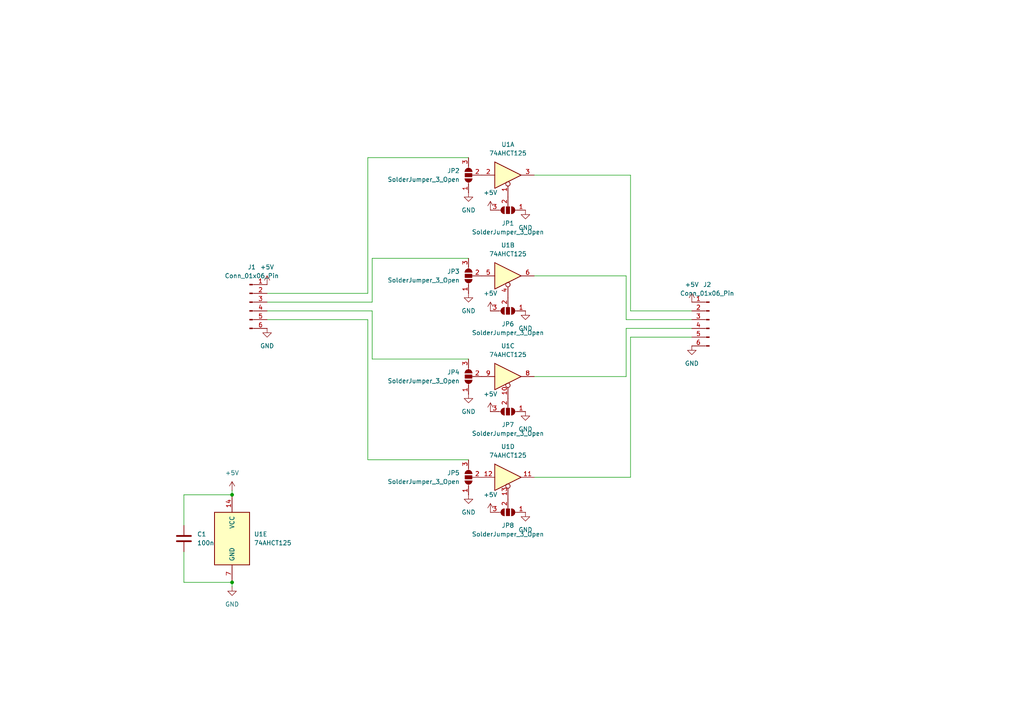
<source format=kicad_sch>
(kicad_sch
	(version 20231120)
	(generator "eeschema")
	(generator_version "8.0")
	(uuid "e90d5a8d-1c04-403e-9e53-51df3684af4b")
	(paper "A4")
	(title_block
		(title "SN74AHCT125 Shifter")
		(date "2024-11-09")
		(rev "1.0")
	)
	(lib_symbols
		(symbol "74xx:74AHCT125"
			(pin_names
				(offset 1.016)
			)
			(exclude_from_sim no)
			(in_bom yes)
			(on_board yes)
			(property "Reference" "U"
				(at 0 1.27 0)
				(effects
					(font
						(size 1.27 1.27)
					)
				)
			)
			(property "Value" "74AHCT125"
				(at 0 -1.27 0)
				(effects
					(font
						(size 1.27 1.27)
					)
				)
			)
			(property "Footprint" ""
				(at 0 0 0)
				(effects
					(font
						(size 1.27 1.27)
					)
					(hide yes)
				)
			)
			(property "Datasheet" "https://www.ti.com/lit/ds/symlink/sn74ahct125.pdf"
				(at 0 0 0)
				(effects
					(font
						(size 1.27 1.27)
					)
					(hide yes)
				)
			)
			(property "Description" "Quadruple Bus Buffer Gates With 3-State Outputs"
				(at 0 0 0)
				(effects
					(font
						(size 1.27 1.27)
					)
					(hide yes)
				)
			)
			(property "ki_locked" ""
				(at 0 0 0)
				(effects
					(font
						(size 1.27 1.27)
					)
				)
			)
			(property "ki_keywords" "buffer 3State"
				(at 0 0 0)
				(effects
					(font
						(size 1.27 1.27)
					)
					(hide yes)
				)
			)
			(property "ki_fp_filters" "DIP*W7.62mm* SO14* SSOP?14* TSSOP?14* SOIC*3.9x8.7mm*P1.27mm*"
				(at 0 0 0)
				(effects
					(font
						(size 1.27 1.27)
					)
					(hide yes)
				)
			)
			(symbol "74AHCT125_1_0"
				(polyline
					(pts
						(xy -3.81 3.81) (xy -3.81 -3.81) (xy 3.81 0) (xy -3.81 3.81)
					)
					(stroke
						(width 0.254)
						(type default)
					)
					(fill
						(type background)
					)
				)
				(pin input inverted
					(at 0 -6.35 90)
					(length 4.445)
					(name "~"
						(effects
							(font
								(size 1.27 1.27)
							)
						)
					)
					(number "1"
						(effects
							(font
								(size 1.27 1.27)
							)
						)
					)
				)
				(pin input line
					(at -7.62 0 0)
					(length 3.81)
					(name "~"
						(effects
							(font
								(size 1.27 1.27)
							)
						)
					)
					(number "2"
						(effects
							(font
								(size 1.27 1.27)
							)
						)
					)
				)
				(pin tri_state line
					(at 7.62 0 180)
					(length 3.81)
					(name "~"
						(effects
							(font
								(size 1.27 1.27)
							)
						)
					)
					(number "3"
						(effects
							(font
								(size 1.27 1.27)
							)
						)
					)
				)
			)
			(symbol "74AHCT125_2_0"
				(polyline
					(pts
						(xy -3.81 3.81) (xy -3.81 -3.81) (xy 3.81 0) (xy -3.81 3.81)
					)
					(stroke
						(width 0.254)
						(type default)
					)
					(fill
						(type background)
					)
				)
				(pin input inverted
					(at 0 -6.35 90)
					(length 4.445)
					(name "~"
						(effects
							(font
								(size 1.27 1.27)
							)
						)
					)
					(number "4"
						(effects
							(font
								(size 1.27 1.27)
							)
						)
					)
				)
				(pin input line
					(at -7.62 0 0)
					(length 3.81)
					(name "~"
						(effects
							(font
								(size 1.27 1.27)
							)
						)
					)
					(number "5"
						(effects
							(font
								(size 1.27 1.27)
							)
						)
					)
				)
				(pin tri_state line
					(at 7.62 0 180)
					(length 3.81)
					(name "~"
						(effects
							(font
								(size 1.27 1.27)
							)
						)
					)
					(number "6"
						(effects
							(font
								(size 1.27 1.27)
							)
						)
					)
				)
			)
			(symbol "74AHCT125_3_0"
				(polyline
					(pts
						(xy -3.81 3.81) (xy -3.81 -3.81) (xy 3.81 0) (xy -3.81 3.81)
					)
					(stroke
						(width 0.254)
						(type default)
					)
					(fill
						(type background)
					)
				)
				(pin input inverted
					(at 0 -6.35 90)
					(length 4.445)
					(name "~"
						(effects
							(font
								(size 1.27 1.27)
							)
						)
					)
					(number "10"
						(effects
							(font
								(size 1.27 1.27)
							)
						)
					)
				)
				(pin tri_state line
					(at 7.62 0 180)
					(length 3.81)
					(name "~"
						(effects
							(font
								(size 1.27 1.27)
							)
						)
					)
					(number "8"
						(effects
							(font
								(size 1.27 1.27)
							)
						)
					)
				)
				(pin input line
					(at -7.62 0 0)
					(length 3.81)
					(name "~"
						(effects
							(font
								(size 1.27 1.27)
							)
						)
					)
					(number "9"
						(effects
							(font
								(size 1.27 1.27)
							)
						)
					)
				)
			)
			(symbol "74AHCT125_4_0"
				(polyline
					(pts
						(xy -3.81 3.81) (xy -3.81 -3.81) (xy 3.81 0) (xy -3.81 3.81)
					)
					(stroke
						(width 0.254)
						(type default)
					)
					(fill
						(type background)
					)
				)
				(pin tri_state line
					(at 7.62 0 180)
					(length 3.81)
					(name "~"
						(effects
							(font
								(size 1.27 1.27)
							)
						)
					)
					(number "11"
						(effects
							(font
								(size 1.27 1.27)
							)
						)
					)
				)
				(pin input line
					(at -7.62 0 0)
					(length 3.81)
					(name "~"
						(effects
							(font
								(size 1.27 1.27)
							)
						)
					)
					(number "12"
						(effects
							(font
								(size 1.27 1.27)
							)
						)
					)
				)
				(pin input inverted
					(at 0 -6.35 90)
					(length 4.445)
					(name "~"
						(effects
							(font
								(size 1.27 1.27)
							)
						)
					)
					(number "13"
						(effects
							(font
								(size 1.27 1.27)
							)
						)
					)
				)
			)
			(symbol "74AHCT125_5_0"
				(pin power_in line
					(at 0 12.7 270)
					(length 5.08)
					(name "VCC"
						(effects
							(font
								(size 1.27 1.27)
							)
						)
					)
					(number "14"
						(effects
							(font
								(size 1.27 1.27)
							)
						)
					)
				)
				(pin power_in line
					(at 0 -12.7 90)
					(length 5.08)
					(name "GND"
						(effects
							(font
								(size 1.27 1.27)
							)
						)
					)
					(number "7"
						(effects
							(font
								(size 1.27 1.27)
							)
						)
					)
				)
			)
			(symbol "74AHCT125_5_1"
				(rectangle
					(start -5.08 7.62)
					(end 5.08 -7.62)
					(stroke
						(width 0.254)
						(type default)
					)
					(fill
						(type background)
					)
				)
			)
		)
		(symbol "Connector:Conn_01x06_Pin"
			(pin_names
				(offset 1.016) hide)
			(exclude_from_sim no)
			(in_bom yes)
			(on_board yes)
			(property "Reference" "J"
				(at 0 7.62 0)
				(effects
					(font
						(size 1.27 1.27)
					)
				)
			)
			(property "Value" "Conn_01x06_Pin"
				(at 0 -10.16 0)
				(effects
					(font
						(size 1.27 1.27)
					)
				)
			)
			(property "Footprint" ""
				(at 0 0 0)
				(effects
					(font
						(size 1.27 1.27)
					)
					(hide yes)
				)
			)
			(property "Datasheet" "~"
				(at 0 0 0)
				(effects
					(font
						(size 1.27 1.27)
					)
					(hide yes)
				)
			)
			(property "Description" "Generic connector, single row, 01x06, script generated"
				(at 0 0 0)
				(effects
					(font
						(size 1.27 1.27)
					)
					(hide yes)
				)
			)
			(property "ki_locked" ""
				(at 0 0 0)
				(effects
					(font
						(size 1.27 1.27)
					)
				)
			)
			(property "ki_keywords" "connector"
				(at 0 0 0)
				(effects
					(font
						(size 1.27 1.27)
					)
					(hide yes)
				)
			)
			(property "ki_fp_filters" "Connector*:*_1x??_*"
				(at 0 0 0)
				(effects
					(font
						(size 1.27 1.27)
					)
					(hide yes)
				)
			)
			(symbol "Conn_01x06_Pin_1_1"
				(polyline
					(pts
						(xy 1.27 -7.62) (xy 0.8636 -7.62)
					)
					(stroke
						(width 0.1524)
						(type default)
					)
					(fill
						(type none)
					)
				)
				(polyline
					(pts
						(xy 1.27 -5.08) (xy 0.8636 -5.08)
					)
					(stroke
						(width 0.1524)
						(type default)
					)
					(fill
						(type none)
					)
				)
				(polyline
					(pts
						(xy 1.27 -2.54) (xy 0.8636 -2.54)
					)
					(stroke
						(width 0.1524)
						(type default)
					)
					(fill
						(type none)
					)
				)
				(polyline
					(pts
						(xy 1.27 0) (xy 0.8636 0)
					)
					(stroke
						(width 0.1524)
						(type default)
					)
					(fill
						(type none)
					)
				)
				(polyline
					(pts
						(xy 1.27 2.54) (xy 0.8636 2.54)
					)
					(stroke
						(width 0.1524)
						(type default)
					)
					(fill
						(type none)
					)
				)
				(polyline
					(pts
						(xy 1.27 5.08) (xy 0.8636 5.08)
					)
					(stroke
						(width 0.1524)
						(type default)
					)
					(fill
						(type none)
					)
				)
				(rectangle
					(start 0.8636 -7.493)
					(end 0 -7.747)
					(stroke
						(width 0.1524)
						(type default)
					)
					(fill
						(type outline)
					)
				)
				(rectangle
					(start 0.8636 -4.953)
					(end 0 -5.207)
					(stroke
						(width 0.1524)
						(type default)
					)
					(fill
						(type outline)
					)
				)
				(rectangle
					(start 0.8636 -2.413)
					(end 0 -2.667)
					(stroke
						(width 0.1524)
						(type default)
					)
					(fill
						(type outline)
					)
				)
				(rectangle
					(start 0.8636 0.127)
					(end 0 -0.127)
					(stroke
						(width 0.1524)
						(type default)
					)
					(fill
						(type outline)
					)
				)
				(rectangle
					(start 0.8636 2.667)
					(end 0 2.413)
					(stroke
						(width 0.1524)
						(type default)
					)
					(fill
						(type outline)
					)
				)
				(rectangle
					(start 0.8636 5.207)
					(end 0 4.953)
					(stroke
						(width 0.1524)
						(type default)
					)
					(fill
						(type outline)
					)
				)
				(pin passive line
					(at 5.08 5.08 180)
					(length 3.81)
					(name "Pin_1"
						(effects
							(font
								(size 1.27 1.27)
							)
						)
					)
					(number "1"
						(effects
							(font
								(size 1.27 1.27)
							)
						)
					)
				)
				(pin passive line
					(at 5.08 2.54 180)
					(length 3.81)
					(name "Pin_2"
						(effects
							(font
								(size 1.27 1.27)
							)
						)
					)
					(number "2"
						(effects
							(font
								(size 1.27 1.27)
							)
						)
					)
				)
				(pin passive line
					(at 5.08 0 180)
					(length 3.81)
					(name "Pin_3"
						(effects
							(font
								(size 1.27 1.27)
							)
						)
					)
					(number "3"
						(effects
							(font
								(size 1.27 1.27)
							)
						)
					)
				)
				(pin passive line
					(at 5.08 -2.54 180)
					(length 3.81)
					(name "Pin_4"
						(effects
							(font
								(size 1.27 1.27)
							)
						)
					)
					(number "4"
						(effects
							(font
								(size 1.27 1.27)
							)
						)
					)
				)
				(pin passive line
					(at 5.08 -5.08 180)
					(length 3.81)
					(name "Pin_5"
						(effects
							(font
								(size 1.27 1.27)
							)
						)
					)
					(number "5"
						(effects
							(font
								(size 1.27 1.27)
							)
						)
					)
				)
				(pin passive line
					(at 5.08 -7.62 180)
					(length 3.81)
					(name "Pin_6"
						(effects
							(font
								(size 1.27 1.27)
							)
						)
					)
					(number "6"
						(effects
							(font
								(size 1.27 1.27)
							)
						)
					)
				)
			)
		)
		(symbol "Device:C"
			(pin_numbers hide)
			(pin_names
				(offset 0.254)
			)
			(exclude_from_sim no)
			(in_bom yes)
			(on_board yes)
			(property "Reference" "C"
				(at 0.635 2.54 0)
				(effects
					(font
						(size 1.27 1.27)
					)
					(justify left)
				)
			)
			(property "Value" "C"
				(at 0.635 -2.54 0)
				(effects
					(font
						(size 1.27 1.27)
					)
					(justify left)
				)
			)
			(property "Footprint" ""
				(at 0.9652 -3.81 0)
				(effects
					(font
						(size 1.27 1.27)
					)
					(hide yes)
				)
			)
			(property "Datasheet" "~"
				(at 0 0 0)
				(effects
					(font
						(size 1.27 1.27)
					)
					(hide yes)
				)
			)
			(property "Description" "Unpolarized capacitor"
				(at 0 0 0)
				(effects
					(font
						(size 1.27 1.27)
					)
					(hide yes)
				)
			)
			(property "ki_keywords" "cap capacitor"
				(at 0 0 0)
				(effects
					(font
						(size 1.27 1.27)
					)
					(hide yes)
				)
			)
			(property "ki_fp_filters" "C_*"
				(at 0 0 0)
				(effects
					(font
						(size 1.27 1.27)
					)
					(hide yes)
				)
			)
			(symbol "C_0_1"
				(polyline
					(pts
						(xy -2.032 -0.762) (xy 2.032 -0.762)
					)
					(stroke
						(width 0.508)
						(type default)
					)
					(fill
						(type none)
					)
				)
				(polyline
					(pts
						(xy -2.032 0.762) (xy 2.032 0.762)
					)
					(stroke
						(width 0.508)
						(type default)
					)
					(fill
						(type none)
					)
				)
			)
			(symbol "C_1_1"
				(pin passive line
					(at 0 3.81 270)
					(length 2.794)
					(name "~"
						(effects
							(font
								(size 1.27 1.27)
							)
						)
					)
					(number "1"
						(effects
							(font
								(size 1.27 1.27)
							)
						)
					)
				)
				(pin passive line
					(at 0 -3.81 90)
					(length 2.794)
					(name "~"
						(effects
							(font
								(size 1.27 1.27)
							)
						)
					)
					(number "2"
						(effects
							(font
								(size 1.27 1.27)
							)
						)
					)
				)
			)
		)
		(symbol "Jumper:SolderJumper_3_Open"
			(pin_names
				(offset 0) hide)
			(exclude_from_sim yes)
			(in_bom no)
			(on_board yes)
			(property "Reference" "JP"
				(at -2.54 -2.54 0)
				(effects
					(font
						(size 1.27 1.27)
					)
				)
			)
			(property "Value" "SolderJumper_3_Open"
				(at 0 2.794 0)
				(effects
					(font
						(size 1.27 1.27)
					)
				)
			)
			(property "Footprint" ""
				(at 0 0 0)
				(effects
					(font
						(size 1.27 1.27)
					)
					(hide yes)
				)
			)
			(property "Datasheet" "~"
				(at 0 0 0)
				(effects
					(font
						(size 1.27 1.27)
					)
					(hide yes)
				)
			)
			(property "Description" "Solder Jumper, 3-pole, open"
				(at 0 0 0)
				(effects
					(font
						(size 1.27 1.27)
					)
					(hide yes)
				)
			)
			(property "ki_keywords" "Solder Jumper SPDT"
				(at 0 0 0)
				(effects
					(font
						(size 1.27 1.27)
					)
					(hide yes)
				)
			)
			(property "ki_fp_filters" "SolderJumper*Open*"
				(at 0 0 0)
				(effects
					(font
						(size 1.27 1.27)
					)
					(hide yes)
				)
			)
			(symbol "SolderJumper_3_Open_0_1"
				(arc
					(start -1.016 1.016)
					(mid -2.0276 0)
					(end -1.016 -1.016)
					(stroke
						(width 0)
						(type default)
					)
					(fill
						(type none)
					)
				)
				(arc
					(start -1.016 1.016)
					(mid -2.0276 0)
					(end -1.016 -1.016)
					(stroke
						(width 0)
						(type default)
					)
					(fill
						(type outline)
					)
				)
				(rectangle
					(start -0.508 1.016)
					(end 0.508 -1.016)
					(stroke
						(width 0)
						(type default)
					)
					(fill
						(type outline)
					)
				)
				(polyline
					(pts
						(xy -2.54 0) (xy -2.032 0)
					)
					(stroke
						(width 0)
						(type default)
					)
					(fill
						(type none)
					)
				)
				(polyline
					(pts
						(xy -1.016 1.016) (xy -1.016 -1.016)
					)
					(stroke
						(width 0)
						(type default)
					)
					(fill
						(type none)
					)
				)
				(polyline
					(pts
						(xy 0 -1.27) (xy 0 -1.016)
					)
					(stroke
						(width 0)
						(type default)
					)
					(fill
						(type none)
					)
				)
				(polyline
					(pts
						(xy 1.016 1.016) (xy 1.016 -1.016)
					)
					(stroke
						(width 0)
						(type default)
					)
					(fill
						(type none)
					)
				)
				(polyline
					(pts
						(xy 2.54 0) (xy 2.032 0)
					)
					(stroke
						(width 0)
						(type default)
					)
					(fill
						(type none)
					)
				)
				(arc
					(start 1.016 -1.016)
					(mid 2.0276 0)
					(end 1.016 1.016)
					(stroke
						(width 0)
						(type default)
					)
					(fill
						(type none)
					)
				)
				(arc
					(start 1.016 -1.016)
					(mid 2.0276 0)
					(end 1.016 1.016)
					(stroke
						(width 0)
						(type default)
					)
					(fill
						(type outline)
					)
				)
			)
			(symbol "SolderJumper_3_Open_1_1"
				(pin passive line
					(at -5.08 0 0)
					(length 2.54)
					(name "A"
						(effects
							(font
								(size 1.27 1.27)
							)
						)
					)
					(number "1"
						(effects
							(font
								(size 1.27 1.27)
							)
						)
					)
				)
				(pin passive line
					(at 0 -3.81 90)
					(length 2.54)
					(name "C"
						(effects
							(font
								(size 1.27 1.27)
							)
						)
					)
					(number "2"
						(effects
							(font
								(size 1.27 1.27)
							)
						)
					)
				)
				(pin passive line
					(at 5.08 0 180)
					(length 2.54)
					(name "B"
						(effects
							(font
								(size 1.27 1.27)
							)
						)
					)
					(number "3"
						(effects
							(font
								(size 1.27 1.27)
							)
						)
					)
				)
			)
		)
		(symbol "power:+5V"
			(power)
			(pin_numbers hide)
			(pin_names
				(offset 0) hide)
			(exclude_from_sim no)
			(in_bom yes)
			(on_board yes)
			(property "Reference" "#PWR"
				(at 0 -3.81 0)
				(effects
					(font
						(size 1.27 1.27)
					)
					(hide yes)
				)
			)
			(property "Value" "+5V"
				(at 0 3.556 0)
				(effects
					(font
						(size 1.27 1.27)
					)
				)
			)
			(property "Footprint" ""
				(at 0 0 0)
				(effects
					(font
						(size 1.27 1.27)
					)
					(hide yes)
				)
			)
			(property "Datasheet" ""
				(at 0 0 0)
				(effects
					(font
						(size 1.27 1.27)
					)
					(hide yes)
				)
			)
			(property "Description" "Power symbol creates a global label with name \"+5V\""
				(at 0 0 0)
				(effects
					(font
						(size 1.27 1.27)
					)
					(hide yes)
				)
			)
			(property "ki_keywords" "global power"
				(at 0 0 0)
				(effects
					(font
						(size 1.27 1.27)
					)
					(hide yes)
				)
			)
			(symbol "+5V_0_1"
				(polyline
					(pts
						(xy -0.762 1.27) (xy 0 2.54)
					)
					(stroke
						(width 0)
						(type default)
					)
					(fill
						(type none)
					)
				)
				(polyline
					(pts
						(xy 0 0) (xy 0 2.54)
					)
					(stroke
						(width 0)
						(type default)
					)
					(fill
						(type none)
					)
				)
				(polyline
					(pts
						(xy 0 2.54) (xy 0.762 1.27)
					)
					(stroke
						(width 0)
						(type default)
					)
					(fill
						(type none)
					)
				)
			)
			(symbol "+5V_1_1"
				(pin power_in line
					(at 0 0 90)
					(length 0)
					(name "~"
						(effects
							(font
								(size 1.27 1.27)
							)
						)
					)
					(number "1"
						(effects
							(font
								(size 1.27 1.27)
							)
						)
					)
				)
			)
		)
		(symbol "power:GND"
			(power)
			(pin_numbers hide)
			(pin_names
				(offset 0) hide)
			(exclude_from_sim no)
			(in_bom yes)
			(on_board yes)
			(property "Reference" "#PWR"
				(at 0 -6.35 0)
				(effects
					(font
						(size 1.27 1.27)
					)
					(hide yes)
				)
			)
			(property "Value" "GND"
				(at 0 -3.81 0)
				(effects
					(font
						(size 1.27 1.27)
					)
				)
			)
			(property "Footprint" ""
				(at 0 0 0)
				(effects
					(font
						(size 1.27 1.27)
					)
					(hide yes)
				)
			)
			(property "Datasheet" ""
				(at 0 0 0)
				(effects
					(font
						(size 1.27 1.27)
					)
					(hide yes)
				)
			)
			(property "Description" "Power symbol creates a global label with name \"GND\" , ground"
				(at 0 0 0)
				(effects
					(font
						(size 1.27 1.27)
					)
					(hide yes)
				)
			)
			(property "ki_keywords" "global power"
				(at 0 0 0)
				(effects
					(font
						(size 1.27 1.27)
					)
					(hide yes)
				)
			)
			(symbol "GND_0_1"
				(polyline
					(pts
						(xy 0 0) (xy 0 -1.27) (xy 1.27 -1.27) (xy 0 -2.54) (xy -1.27 -1.27) (xy 0 -1.27)
					)
					(stroke
						(width 0)
						(type default)
					)
					(fill
						(type none)
					)
				)
			)
			(symbol "GND_1_1"
				(pin power_in line
					(at 0 0 270)
					(length 0)
					(name "~"
						(effects
							(font
								(size 1.27 1.27)
							)
						)
					)
					(number "1"
						(effects
							(font
								(size 1.27 1.27)
							)
						)
					)
				)
			)
		)
	)
	(junction
		(at 67.31 143.51)
		(diameter 0)
		(color 0 0 0 0)
		(uuid "1fe8dbb8-9867-4714-8088-842891c91229")
	)
	(junction
		(at 67.31 168.91)
		(diameter 0)
		(color 0 0 0 0)
		(uuid "35dc79ae-915f-46f2-a2d3-539ab3fa1a81")
	)
	(wire
		(pts
			(xy 154.94 109.22) (xy 181.61 109.22)
		)
		(stroke
			(width 0)
			(type default)
		)
		(uuid "01f35925-ec7e-459f-80a3-b22d233cb032")
	)
	(wire
		(pts
			(xy 181.61 80.01) (xy 154.94 80.01)
		)
		(stroke
			(width 0)
			(type default)
		)
		(uuid "07622a38-8b6a-42ff-9073-9a5693c40fff")
	)
	(wire
		(pts
			(xy 182.88 90.17) (xy 200.66 90.17)
		)
		(stroke
			(width 0)
			(type default)
		)
		(uuid "0ad58660-ad2e-4472-ab3d-f801df56347b")
	)
	(wire
		(pts
			(xy 107.95 87.63) (xy 107.95 74.93)
		)
		(stroke
			(width 0)
			(type default)
		)
		(uuid "14f88a5c-6f3e-4fcd-ab7a-8907a75d6a43")
	)
	(wire
		(pts
			(xy 106.68 92.71) (xy 106.68 133.35)
		)
		(stroke
			(width 0)
			(type default)
		)
		(uuid "18a4175e-9ff0-4572-8a0f-ee79ee7395cb")
	)
	(wire
		(pts
			(xy 181.61 95.25) (xy 200.66 95.25)
		)
		(stroke
			(width 0)
			(type default)
		)
		(uuid "29e95f35-7724-4808-a234-e8da4239a20c")
	)
	(wire
		(pts
			(xy 53.34 168.91) (xy 53.34 160.02)
		)
		(stroke
			(width 0)
			(type default)
		)
		(uuid "2ec601fc-073f-4871-abbb-3a4fad0b4c91")
	)
	(wire
		(pts
			(xy 154.94 50.8) (xy 182.88 50.8)
		)
		(stroke
			(width 0)
			(type default)
		)
		(uuid "2fb7b9b7-9d7f-4bd7-be2e-f5585709bd6d")
	)
	(wire
		(pts
			(xy 77.47 90.17) (xy 107.95 90.17)
		)
		(stroke
			(width 0)
			(type default)
		)
		(uuid "4bc14e06-6679-49a6-ab16-7888c7024aff")
	)
	(wire
		(pts
			(xy 182.88 50.8) (xy 182.88 90.17)
		)
		(stroke
			(width 0)
			(type default)
		)
		(uuid "50aa07fb-f869-4111-88ff-e4dff7522899")
	)
	(wire
		(pts
			(xy 182.88 138.43) (xy 182.88 97.79)
		)
		(stroke
			(width 0)
			(type default)
		)
		(uuid "56ef4c3e-e8bf-49d8-83ba-923cd968a247")
	)
	(wire
		(pts
			(xy 181.61 109.22) (xy 181.61 95.25)
		)
		(stroke
			(width 0)
			(type default)
		)
		(uuid "57d3e67a-48ff-451a-9d36-e3ef004a667f")
	)
	(wire
		(pts
			(xy 67.31 143.51) (xy 53.34 143.51)
		)
		(stroke
			(width 0)
			(type default)
		)
		(uuid "66b42ef1-322b-42dd-ab84-71e83164ca14")
	)
	(wire
		(pts
			(xy 67.31 142.24) (xy 67.31 143.51)
		)
		(stroke
			(width 0)
			(type default)
		)
		(uuid "68b23ace-30c3-431b-8c6f-29e00dfb2a70")
	)
	(wire
		(pts
			(xy 67.31 170.18) (xy 67.31 168.91)
		)
		(stroke
			(width 0)
			(type default)
		)
		(uuid "6c19b6a4-d575-44bb-a0d8-1a908b9c6ddd")
	)
	(wire
		(pts
			(xy 106.68 133.35) (xy 135.89 133.35)
		)
		(stroke
			(width 0)
			(type default)
		)
		(uuid "710ea62f-f3d8-4b52-aa6e-f6c3f94f355c")
	)
	(wire
		(pts
			(xy 107.95 90.17) (xy 107.95 104.14)
		)
		(stroke
			(width 0)
			(type default)
		)
		(uuid "a705e5ff-bbae-4f41-acea-29daaff16937")
	)
	(wire
		(pts
			(xy 200.66 92.71) (xy 181.61 92.71)
		)
		(stroke
			(width 0)
			(type default)
		)
		(uuid "b3845763-a9d3-456f-b21d-9c649cf91116")
	)
	(wire
		(pts
			(xy 106.68 45.72) (xy 106.68 85.09)
		)
		(stroke
			(width 0)
			(type default)
		)
		(uuid "b96c1135-ca2a-4ed4-a133-316b26ed6540")
	)
	(wire
		(pts
			(xy 154.94 138.43) (xy 182.88 138.43)
		)
		(stroke
			(width 0)
			(type default)
		)
		(uuid "bb89a1ba-635c-4e70-ad1f-747e35c99d58")
	)
	(wire
		(pts
			(xy 77.47 87.63) (xy 107.95 87.63)
		)
		(stroke
			(width 0)
			(type default)
		)
		(uuid "c3ca977c-a2ed-46ed-adaa-a2f40d734665")
	)
	(wire
		(pts
			(xy 107.95 74.93) (xy 135.89 74.93)
		)
		(stroke
			(width 0)
			(type default)
		)
		(uuid "c9599408-ae0e-4357-9c1d-287741a7aada")
	)
	(wire
		(pts
			(xy 67.31 168.91) (xy 53.34 168.91)
		)
		(stroke
			(width 0)
			(type default)
		)
		(uuid "ccd4b666-dddf-4c9e-8b19-394bcd17b953")
	)
	(wire
		(pts
			(xy 181.61 92.71) (xy 181.61 80.01)
		)
		(stroke
			(width 0)
			(type default)
		)
		(uuid "d0ba26d4-3dc6-4253-a399-6e6dd71216d5")
	)
	(wire
		(pts
			(xy 77.47 92.71) (xy 106.68 92.71)
		)
		(stroke
			(width 0)
			(type default)
		)
		(uuid "d4daedfd-391d-49da-9b9b-d00604387ea6")
	)
	(wire
		(pts
			(xy 106.68 45.72) (xy 135.89 45.72)
		)
		(stroke
			(width 0)
			(type default)
		)
		(uuid "e20fefef-3b8f-45fc-87f4-efc4a3f95c4a")
	)
	(wire
		(pts
			(xy 182.88 97.79) (xy 200.66 97.79)
		)
		(stroke
			(width 0)
			(type default)
		)
		(uuid "e3f6009b-802c-45e7-8e69-1824b827096c")
	)
	(wire
		(pts
			(xy 107.95 104.14) (xy 135.89 104.14)
		)
		(stroke
			(width 0)
			(type default)
		)
		(uuid "e8bd818a-b23a-406d-82a2-2c88c7a6253d")
	)
	(wire
		(pts
			(xy 106.68 85.09) (xy 77.47 85.09)
		)
		(stroke
			(width 0)
			(type default)
		)
		(uuid "f025cda7-26a2-41db-93df-9219d742e012")
	)
	(wire
		(pts
			(xy 53.34 143.51) (xy 53.34 152.4)
		)
		(stroke
			(width 0)
			(type default)
		)
		(uuid "f75dcb7a-75ed-4753-b6a2-603d213177cc")
	)
	(symbol
		(lib_id "Jumper:SolderJumper_3_Open")
		(at 147.32 119.38 180)
		(unit 1)
		(exclude_from_sim yes)
		(in_bom no)
		(on_board yes)
		(dnp no)
		(fields_autoplaced yes)
		(uuid "0030bfd8-51c0-4283-84b0-c377941e09bd")
		(property "Reference" "JP7"
			(at 147.32 123.19 0)
			(effects
				(font
					(size 1.27 1.27)
				)
			)
		)
		(property "Value" "SolderJumper_3_Open"
			(at 147.32 125.73 0)
			(effects
				(font
					(size 1.27 1.27)
				)
			)
		)
		(property "Footprint" "Jumper:SolderJumper-3_P1.3mm_Open_Pad1.0x1.5mm_NumberLabels"
			(at 147.32 119.38 0)
			(effects
				(font
					(size 1.27 1.27)
				)
				(hide yes)
			)
		)
		(property "Datasheet" "~"
			(at 147.32 119.38 0)
			(effects
				(font
					(size 1.27 1.27)
				)
				(hide yes)
			)
		)
		(property "Description" "Solder Jumper, 3-pole, open"
			(at 147.32 119.38 0)
			(effects
				(font
					(size 1.27 1.27)
				)
				(hide yes)
			)
		)
		(pin "1"
			(uuid "06fe98f5-64ff-4d49-95fa-54b415b3acc9")
		)
		(pin "2"
			(uuid "d2d6f6fe-8f99-46e7-aca0-4270ab22dea9")
		)
		(pin "3"
			(uuid "6da8c096-cc65-4635-8337-1019cf7e3ffa")
		)
		(instances
			(project "sn74ahct125 shifter"
				(path "/e90d5a8d-1c04-403e-9e53-51df3684af4b"
					(reference "JP7")
					(unit 1)
				)
			)
		)
	)
	(symbol
		(lib_id "power:GND")
		(at 135.89 143.51 0)
		(unit 1)
		(exclude_from_sim no)
		(in_bom yes)
		(on_board yes)
		(dnp no)
		(fields_autoplaced yes)
		(uuid "02e3e6b7-1e57-4b80-b3ac-36873f21fa3d")
		(property "Reference" "#PWR08"
			(at 135.89 149.86 0)
			(effects
				(font
					(size 1.27 1.27)
				)
				(hide yes)
			)
		)
		(property "Value" "GND"
			(at 135.89 148.59 0)
			(effects
				(font
					(size 1.27 1.27)
				)
			)
		)
		(property "Footprint" ""
			(at 135.89 143.51 0)
			(effects
				(font
					(size 1.27 1.27)
				)
				(hide yes)
			)
		)
		(property "Datasheet" ""
			(at 135.89 143.51 0)
			(effects
				(font
					(size 1.27 1.27)
				)
				(hide yes)
			)
		)
		(property "Description" "Power symbol creates a global label with name \"GND\" , ground"
			(at 135.89 143.51 0)
			(effects
				(font
					(size 1.27 1.27)
				)
				(hide yes)
			)
		)
		(pin "1"
			(uuid "48183f21-56b8-46b3-baed-19ce7f0a6bb5")
		)
		(instances
			(project "sn74ahct125 shifter"
				(path "/e90d5a8d-1c04-403e-9e53-51df3684af4b"
					(reference "#PWR08")
					(unit 1)
				)
			)
		)
	)
	(symbol
		(lib_id "power:GND")
		(at 135.89 114.3 0)
		(unit 1)
		(exclude_from_sim no)
		(in_bom yes)
		(on_board yes)
		(dnp no)
		(fields_autoplaced yes)
		(uuid "0863e19f-85b5-4765-a002-466f0604ca7f")
		(property "Reference" "#PWR07"
			(at 135.89 120.65 0)
			(effects
				(font
					(size 1.27 1.27)
				)
				(hide yes)
			)
		)
		(property "Value" "GND"
			(at 135.89 119.38 0)
			(effects
				(font
					(size 1.27 1.27)
				)
			)
		)
		(property "Footprint" ""
			(at 135.89 114.3 0)
			(effects
				(font
					(size 1.27 1.27)
				)
				(hide yes)
			)
		)
		(property "Datasheet" ""
			(at 135.89 114.3 0)
			(effects
				(font
					(size 1.27 1.27)
				)
				(hide yes)
			)
		)
		(property "Description" "Power symbol creates a global label with name \"GND\" , ground"
			(at 135.89 114.3 0)
			(effects
				(font
					(size 1.27 1.27)
				)
				(hide yes)
			)
		)
		(pin "1"
			(uuid "813e5b89-1580-408e-832f-8b09f700ed8d")
		)
		(instances
			(project "sn74ahct125 shifter"
				(path "/e90d5a8d-1c04-403e-9e53-51df3684af4b"
					(reference "#PWR07")
					(unit 1)
				)
			)
		)
	)
	(symbol
		(lib_id "power:+5V")
		(at 142.24 148.59 0)
		(mirror y)
		(unit 1)
		(exclude_from_sim no)
		(in_bom yes)
		(on_board yes)
		(dnp no)
		(uuid "232a0b3c-88c6-4d21-8097-a960d6967c06")
		(property "Reference" "#PWR013"
			(at 142.24 152.4 0)
			(effects
				(font
					(size 1.27 1.27)
				)
				(hide yes)
			)
		)
		(property "Value" "+5V"
			(at 142.24 143.51 0)
			(effects
				(font
					(size 1.27 1.27)
				)
			)
		)
		(property "Footprint" ""
			(at 142.24 148.59 0)
			(effects
				(font
					(size 1.27 1.27)
				)
				(hide yes)
			)
		)
		(property "Datasheet" ""
			(at 142.24 148.59 0)
			(effects
				(font
					(size 1.27 1.27)
				)
				(hide yes)
			)
		)
		(property "Description" "Power symbol creates a global label with name \"+5V\""
			(at 142.24 148.59 0)
			(effects
				(font
					(size 1.27 1.27)
				)
				(hide yes)
			)
		)
		(pin "1"
			(uuid "746e61ff-aeb3-4513-940a-31b56529afc4")
		)
		(instances
			(project "sn74ahct125 shifter"
				(path "/e90d5a8d-1c04-403e-9e53-51df3684af4b"
					(reference "#PWR013")
					(unit 1)
				)
			)
		)
	)
	(symbol
		(lib_id "74xx:74AHCT125")
		(at 147.32 80.01 0)
		(unit 2)
		(exclude_from_sim no)
		(in_bom yes)
		(on_board yes)
		(dnp no)
		(fields_autoplaced yes)
		(uuid "257ddc03-2d36-41c4-90c2-c7f73ddb018e")
		(property "Reference" "U1"
			(at 147.32 71.12 0)
			(effects
				(font
					(size 1.27 1.27)
				)
			)
		)
		(property "Value" "74AHCT125"
			(at 147.32 73.66 0)
			(effects
				(font
					(size 1.27 1.27)
				)
			)
		)
		(property "Footprint" "Package_SO:SOIC-14_3.9x8.7mm_P1.27mm"
			(at 147.32 80.01 0)
			(effects
				(font
					(size 1.27 1.27)
				)
				(hide yes)
			)
		)
		(property "Datasheet" "https://www.ti.com/lit/ds/symlink/sn74ahct125.pdf"
			(at 147.32 80.01 0)
			(effects
				(font
					(size 1.27 1.27)
				)
				(hide yes)
			)
		)
		(property "Description" "Quadruple Bus Buffer Gates With 3-State Outputs"
			(at 147.32 80.01 0)
			(effects
				(font
					(size 1.27 1.27)
				)
				(hide yes)
			)
		)
		(pin "5"
			(uuid "36093394-45c1-4bee-beb4-4b5d526a651f")
		)
		(pin "3"
			(uuid "6943b0c3-cac5-49e3-b898-709bbc259328")
		)
		(pin "10"
			(uuid "ee8f6b7c-07ff-4078-b051-2884761d287b")
		)
		(pin "4"
			(uuid "1bba161e-68ac-486f-9186-9f3b23f24688")
		)
		(pin "13"
			(uuid "04b3cffd-43df-44dd-b115-5edb3b46a423")
		)
		(pin "7"
			(uuid "b6878613-33f8-410c-851a-8c9e95508561")
		)
		(pin "12"
			(uuid "2d96d8b7-2ea2-492a-9f6a-c98a4e80c89f")
		)
		(pin "6"
			(uuid "b9055ffa-e885-4ba2-956b-45b600d5880a")
		)
		(pin "8"
			(uuid "c95fc649-8d28-47ee-9ea3-5513053873b9")
		)
		(pin "14"
			(uuid "07f946a8-d23d-454f-8b15-e7426ecaebdd")
		)
		(pin "9"
			(uuid "03f945eb-71b5-4e62-b18a-e1e677e7bd96")
		)
		(pin "2"
			(uuid "eeed616d-3617-4e1e-83df-767ca94e2d92")
		)
		(pin "11"
			(uuid "bc51a628-be0f-48bc-ab98-2ccedf0696b7")
		)
		(pin "1"
			(uuid "11ec91d4-5bdd-463b-bc8b-2fe59123a2df")
		)
		(instances
			(project ""
				(path "/e90d5a8d-1c04-403e-9e53-51df3684af4b"
					(reference "U1")
					(unit 2)
				)
			)
		)
	)
	(symbol
		(lib_id "power:GND")
		(at 152.4 119.38 0)
		(unit 1)
		(exclude_from_sim no)
		(in_bom yes)
		(on_board yes)
		(dnp no)
		(fields_autoplaced yes)
		(uuid "2832f8a4-6e60-4c02-a965-fed645872b66")
		(property "Reference" "#PWR010"
			(at 152.4 125.73 0)
			(effects
				(font
					(size 1.27 1.27)
				)
				(hide yes)
			)
		)
		(property "Value" "GND"
			(at 152.4 124.46 0)
			(effects
				(font
					(size 1.27 1.27)
				)
			)
		)
		(property "Footprint" ""
			(at 152.4 119.38 0)
			(effects
				(font
					(size 1.27 1.27)
				)
				(hide yes)
			)
		)
		(property "Datasheet" ""
			(at 152.4 119.38 0)
			(effects
				(font
					(size 1.27 1.27)
				)
				(hide yes)
			)
		)
		(property "Description" "Power symbol creates a global label with name \"GND\" , ground"
			(at 152.4 119.38 0)
			(effects
				(font
					(size 1.27 1.27)
				)
				(hide yes)
			)
		)
		(pin "1"
			(uuid "54f4023e-9476-4555-ad09-c59c98e57576")
		)
		(instances
			(project "sn74ahct125 shifter"
				(path "/e90d5a8d-1c04-403e-9e53-51df3684af4b"
					(reference "#PWR010")
					(unit 1)
				)
			)
		)
	)
	(symbol
		(lib_id "power:+5V")
		(at 200.66 87.63 0)
		(unit 1)
		(exclude_from_sim no)
		(in_bom yes)
		(on_board yes)
		(dnp no)
		(fields_autoplaced yes)
		(uuid "4b2ae1c5-8c04-4a6e-880f-e8d8e8fa411f")
		(property "Reference" "#PWR017"
			(at 200.66 91.44 0)
			(effects
				(font
					(size 1.27 1.27)
				)
				(hide yes)
			)
		)
		(property "Value" "+5V"
			(at 200.66 82.55 0)
			(effects
				(font
					(size 1.27 1.27)
				)
			)
		)
		(property "Footprint" ""
			(at 200.66 87.63 0)
			(effects
				(font
					(size 1.27 1.27)
				)
				(hide yes)
			)
		)
		(property "Datasheet" ""
			(at 200.66 87.63 0)
			(effects
				(font
					(size 1.27 1.27)
				)
				(hide yes)
			)
		)
		(property "Description" "Power symbol creates a global label with name \"+5V\""
			(at 200.66 87.63 0)
			(effects
				(font
					(size 1.27 1.27)
				)
				(hide yes)
			)
		)
		(pin "1"
			(uuid "665a6631-7260-40ab-b44b-3e9efb277dd7")
		)
		(instances
			(project "sn74ahct125 shifter"
				(path "/e90d5a8d-1c04-403e-9e53-51df3684af4b"
					(reference "#PWR017")
					(unit 1)
				)
			)
		)
	)
	(symbol
		(lib_id "Jumper:SolderJumper_3_Open")
		(at 147.32 90.17 180)
		(unit 1)
		(exclude_from_sim yes)
		(in_bom no)
		(on_board yes)
		(dnp no)
		(fields_autoplaced yes)
		(uuid "4d2bca40-2cf6-49d3-9b72-132e8b095056")
		(property "Reference" "JP6"
			(at 147.32 93.98 0)
			(effects
				(font
					(size 1.27 1.27)
				)
			)
		)
		(property "Value" "SolderJumper_3_Open"
			(at 147.32 96.52 0)
			(effects
				(font
					(size 1.27 1.27)
				)
			)
		)
		(property "Footprint" "Jumper:SolderJumper-3_P1.3mm_Open_Pad1.0x1.5mm_NumberLabels"
			(at 147.32 90.17 0)
			(effects
				(font
					(size 1.27 1.27)
				)
				(hide yes)
			)
		)
		(property "Datasheet" "~"
			(at 147.32 90.17 0)
			(effects
				(font
					(size 1.27 1.27)
				)
				(hide yes)
			)
		)
		(property "Description" "Solder Jumper, 3-pole, open"
			(at 147.32 90.17 0)
			(effects
				(font
					(size 1.27 1.27)
				)
				(hide yes)
			)
		)
		(pin "1"
			(uuid "fcf5f71f-e687-4312-b4b1-8254f8efbead")
		)
		(pin "2"
			(uuid "728c274a-18c2-4fc4-8459-d7e52653aa54")
		)
		(pin "3"
			(uuid "9984fce0-3315-4ed5-becb-1b71e93831f2")
		)
		(instances
			(project "sn74ahct125 shifter"
				(path "/e90d5a8d-1c04-403e-9e53-51df3684af4b"
					(reference "JP6")
					(unit 1)
				)
			)
		)
	)
	(symbol
		(lib_id "Connector:Conn_01x06_Pin")
		(at 72.39 87.63 0)
		(unit 1)
		(exclude_from_sim no)
		(in_bom yes)
		(on_board yes)
		(dnp no)
		(fields_autoplaced yes)
		(uuid "5bf0b522-b944-4c4e-8ac9-8691c605ee59")
		(property "Reference" "J1"
			(at 73.025 77.47 0)
			(effects
				(font
					(size 1.27 1.27)
				)
			)
		)
		(property "Value" "Conn_01x06_Pin"
			(at 73.025 80.01 0)
			(effects
				(font
					(size 1.27 1.27)
				)
			)
		)
		(property "Footprint" "Connector_PinHeader_2.54mm:PinHeader_1x06_P2.54mm_Vertical"
			(at 72.39 87.63 0)
			(effects
				(font
					(size 1.27 1.27)
				)
				(hide yes)
			)
		)
		(property "Datasheet" "~"
			(at 72.39 87.63 0)
			(effects
				(font
					(size 1.27 1.27)
				)
				(hide yes)
			)
		)
		(property "Description" "Generic connector, single row, 01x06, script generated"
			(at 72.39 87.63 0)
			(effects
				(font
					(size 1.27 1.27)
				)
				(hide yes)
			)
		)
		(pin "1"
			(uuid "8d537ee4-5cad-43b6-b1a0-4ab9eb1bca49")
		)
		(pin "2"
			(uuid "58c90ba8-1fd5-4503-92c7-930ff16f6cf7")
		)
		(pin "3"
			(uuid "ed21c518-1e91-47bb-a59f-666c543e17b5")
		)
		(pin "5"
			(uuid "f31ef7a6-7028-4dcc-8234-32cdbced1a60")
		)
		(pin "4"
			(uuid "2962d3cf-36e0-427e-8fef-0ff68fed4c8b")
		)
		(pin "6"
			(uuid "fca7678f-9b9b-4080-8d5d-7ee363bc8ce5")
		)
		(instances
			(project ""
				(path "/e90d5a8d-1c04-403e-9e53-51df3684af4b"
					(reference "J1")
					(unit 1)
				)
			)
		)
	)
	(symbol
		(lib_id "power:+5V")
		(at 142.24 60.96 0)
		(mirror y)
		(unit 1)
		(exclude_from_sim no)
		(in_bom yes)
		(on_board yes)
		(dnp no)
		(uuid "5c1afea4-9e58-4df5-bc48-f734ace77225")
		(property "Reference" "#PWR016"
			(at 142.24 64.77 0)
			(effects
				(font
					(size 1.27 1.27)
				)
				(hide yes)
			)
		)
		(property "Value" "+5V"
			(at 142.24 55.88 0)
			(effects
				(font
					(size 1.27 1.27)
				)
			)
		)
		(property "Footprint" ""
			(at 142.24 60.96 0)
			(effects
				(font
					(size 1.27 1.27)
				)
				(hide yes)
			)
		)
		(property "Datasheet" ""
			(at 142.24 60.96 0)
			(effects
				(font
					(size 1.27 1.27)
				)
				(hide yes)
			)
		)
		(property "Description" "Power symbol creates a global label with name \"+5V\""
			(at 142.24 60.96 0)
			(effects
				(font
					(size 1.27 1.27)
				)
				(hide yes)
			)
		)
		(pin "1"
			(uuid "64261e9c-7f4b-46cf-97fe-e3f629866fb1")
		)
		(instances
			(project "sn74ahct125 shifter"
				(path "/e90d5a8d-1c04-403e-9e53-51df3684af4b"
					(reference "#PWR016")
					(unit 1)
				)
			)
		)
	)
	(symbol
		(lib_id "74xx:74AHCT125")
		(at 147.32 138.43 0)
		(unit 4)
		(exclude_from_sim no)
		(in_bom yes)
		(on_board yes)
		(dnp no)
		(fields_autoplaced yes)
		(uuid "5fff0653-cc0d-4902-bf60-744a8511e403")
		(property "Reference" "U1"
			(at 147.32 129.54 0)
			(effects
				(font
					(size 1.27 1.27)
				)
			)
		)
		(property "Value" "74AHCT125"
			(at 147.32 132.08 0)
			(effects
				(font
					(size 1.27 1.27)
				)
			)
		)
		(property "Footprint" "Package_SO:SOIC-14_3.9x8.7mm_P1.27mm"
			(at 147.32 138.43 0)
			(effects
				(font
					(size 1.27 1.27)
				)
				(hide yes)
			)
		)
		(property "Datasheet" "https://www.ti.com/lit/ds/symlink/sn74ahct125.pdf"
			(at 147.32 138.43 0)
			(effects
				(font
					(size 1.27 1.27)
				)
				(hide yes)
			)
		)
		(property "Description" "Quadruple Bus Buffer Gates With 3-State Outputs"
			(at 147.32 138.43 0)
			(effects
				(font
					(size 1.27 1.27)
				)
				(hide yes)
			)
		)
		(pin "5"
			(uuid "36093394-45c1-4bee-beb4-4b5d526a6520")
		)
		(pin "3"
			(uuid "6943b0c3-cac5-49e3-b898-709bbc259329")
		)
		(pin "10"
			(uuid "ee8f6b7c-07ff-4078-b051-2884761d287c")
		)
		(pin "4"
			(uuid "1bba161e-68ac-486f-9186-9f3b23f24689")
		)
		(pin "13"
			(uuid "04b3cffd-43df-44dd-b115-5edb3b46a424")
		)
		(pin "7"
			(uuid "b6878613-33f8-410c-851a-8c9e95508562")
		)
		(pin "12"
			(uuid "2d96d8b7-2ea2-492a-9f6a-c98a4e80c8a0")
		)
		(pin "6"
			(uuid "b9055ffa-e885-4ba2-956b-45b600d5880b")
		)
		(pin "8"
			(uuid "c95fc649-8d28-47ee-9ea3-5513053873ba")
		)
		(pin "14"
			(uuid "07f946a8-d23d-454f-8b15-e7426ecaebde")
		)
		(pin "9"
			(uuid "03f945eb-71b5-4e62-b18a-e1e677e7bd97")
		)
		(pin "2"
			(uuid "eeed616d-3617-4e1e-83df-767ca94e2d93")
		)
		(pin "11"
			(uuid "bc51a628-be0f-48bc-ab98-2ccedf0696b8")
		)
		(pin "1"
			(uuid "11ec91d4-5bdd-463b-bc8b-2fe59123a2e0")
		)
		(instances
			(project ""
				(path "/e90d5a8d-1c04-403e-9e53-51df3684af4b"
					(reference "U1")
					(unit 4)
				)
			)
		)
	)
	(symbol
		(lib_id "power:+5V")
		(at 142.24 90.17 0)
		(mirror y)
		(unit 1)
		(exclude_from_sim no)
		(in_bom yes)
		(on_board yes)
		(dnp no)
		(uuid "654bfc68-a5e8-4397-9996-7c19e9f0599f")
		(property "Reference" "#PWR015"
			(at 142.24 93.98 0)
			(effects
				(font
					(size 1.27 1.27)
				)
				(hide yes)
			)
		)
		(property "Value" "+5V"
			(at 142.24 85.09 0)
			(effects
				(font
					(size 1.27 1.27)
				)
			)
		)
		(property "Footprint" ""
			(at 142.24 90.17 0)
			(effects
				(font
					(size 1.27 1.27)
				)
				(hide yes)
			)
		)
		(property "Datasheet" ""
			(at 142.24 90.17 0)
			(effects
				(font
					(size 1.27 1.27)
				)
				(hide yes)
			)
		)
		(property "Description" "Power symbol creates a global label with name \"+5V\""
			(at 142.24 90.17 0)
			(effects
				(font
					(size 1.27 1.27)
				)
				(hide yes)
			)
		)
		(pin "1"
			(uuid "0b917196-76a5-4769-9ec1-7ca61aef7060")
		)
		(instances
			(project "sn74ahct125 shifter"
				(path "/e90d5a8d-1c04-403e-9e53-51df3684af4b"
					(reference "#PWR015")
					(unit 1)
				)
			)
		)
	)
	(symbol
		(lib_id "power:GND")
		(at 152.4 90.17 0)
		(unit 1)
		(exclude_from_sim no)
		(in_bom yes)
		(on_board yes)
		(dnp no)
		(fields_autoplaced yes)
		(uuid "6a7c7227-5259-4429-8bc3-5166c10fd400")
		(property "Reference" "#PWR011"
			(at 152.4 96.52 0)
			(effects
				(font
					(size 1.27 1.27)
				)
				(hide yes)
			)
		)
		(property "Value" "GND"
			(at 152.4 95.25 0)
			(effects
				(font
					(size 1.27 1.27)
				)
			)
		)
		(property "Footprint" ""
			(at 152.4 90.17 0)
			(effects
				(font
					(size 1.27 1.27)
				)
				(hide yes)
			)
		)
		(property "Datasheet" ""
			(at 152.4 90.17 0)
			(effects
				(font
					(size 1.27 1.27)
				)
				(hide yes)
			)
		)
		(property "Description" "Power symbol creates a global label with name \"GND\" , ground"
			(at 152.4 90.17 0)
			(effects
				(font
					(size 1.27 1.27)
				)
				(hide yes)
			)
		)
		(pin "1"
			(uuid "58c76fcf-c61b-42fa-ac62-3ff9470f921e")
		)
		(instances
			(project "sn74ahct125 shifter"
				(path "/e90d5a8d-1c04-403e-9e53-51df3684af4b"
					(reference "#PWR011")
					(unit 1)
				)
			)
		)
	)
	(symbol
		(lib_id "Device:C")
		(at 53.34 156.21 0)
		(unit 1)
		(exclude_from_sim no)
		(in_bom yes)
		(on_board yes)
		(dnp no)
		(fields_autoplaced yes)
		(uuid "8229a26c-91d8-4bc4-a359-9e7c144b6cc2")
		(property "Reference" "C1"
			(at 57.15 154.9399 0)
			(effects
				(font
					(size 1.27 1.27)
				)
				(justify left)
			)
		)
		(property "Value" "100n"
			(at 57.15 157.4799 0)
			(effects
				(font
					(size 1.27 1.27)
				)
				(justify left)
			)
		)
		(property "Footprint" "Capacitor_SMD:C_1206_3216Metric_Pad1.33x1.80mm_HandSolder"
			(at 54.3052 160.02 0)
			(effects
				(font
					(size 1.27 1.27)
				)
				(hide yes)
			)
		)
		(property "Datasheet" "~"
			(at 53.34 156.21 0)
			(effects
				(font
					(size 1.27 1.27)
				)
				(hide yes)
			)
		)
		(property "Description" "Unpolarized capacitor"
			(at 53.34 156.21 0)
			(effects
				(font
					(size 1.27 1.27)
				)
				(hide yes)
			)
		)
		(pin "1"
			(uuid "b9045180-52f0-4b03-8818-8668366fa038")
		)
		(pin "2"
			(uuid "b97c50fe-fb08-48fe-b9d2-ed4146712f1c")
		)
		(instances
			(project ""
				(path "/e90d5a8d-1c04-403e-9e53-51df3684af4b"
					(reference "C1")
					(unit 1)
				)
			)
		)
	)
	(symbol
		(lib_id "Jumper:SolderJumper_3_Open")
		(at 135.89 138.43 90)
		(unit 1)
		(exclude_from_sim yes)
		(in_bom no)
		(on_board yes)
		(dnp no)
		(fields_autoplaced yes)
		(uuid "85f899c0-1f01-4fe2-a627-dd0c9894e1d5")
		(property "Reference" "JP5"
			(at 133.35 137.1599 90)
			(effects
				(font
					(size 1.27 1.27)
				)
				(justify left)
			)
		)
		(property "Value" "SolderJumper_3_Open"
			(at 133.35 139.6999 90)
			(effects
				(font
					(size 1.27 1.27)
				)
				(justify left)
			)
		)
		(property "Footprint" "Jumper:SolderJumper-3_P1.3mm_Open_Pad1.0x1.5mm_NumberLabels"
			(at 135.89 138.43 0)
			(effects
				(font
					(size 1.27 1.27)
				)
				(hide yes)
			)
		)
		(property "Datasheet" "~"
			(at 135.89 138.43 0)
			(effects
				(font
					(size 1.27 1.27)
				)
				(hide yes)
			)
		)
		(property "Description" "Solder Jumper, 3-pole, open"
			(at 135.89 138.43 0)
			(effects
				(font
					(size 1.27 1.27)
				)
				(hide yes)
			)
		)
		(pin "1"
			(uuid "05960165-122f-4c52-acf0-bbf5421168e4")
		)
		(pin "2"
			(uuid "07efcd78-3491-4653-a238-a59151a4b9bb")
		)
		(pin "3"
			(uuid "43d47c37-32a7-4d28-8aa5-a38666e9638f")
		)
		(instances
			(project "sn74ahct125 shifter"
				(path "/e90d5a8d-1c04-403e-9e53-51df3684af4b"
					(reference "JP5")
					(unit 1)
				)
			)
		)
	)
	(symbol
		(lib_id "74xx:74AHCT125")
		(at 67.31 156.21 0)
		(unit 5)
		(exclude_from_sim no)
		(in_bom yes)
		(on_board yes)
		(dnp no)
		(fields_autoplaced yes)
		(uuid "88d64c67-4418-4455-a880-680cfcfbae90")
		(property "Reference" "U1"
			(at 73.66 154.9399 0)
			(effects
				(font
					(size 1.27 1.27)
				)
				(justify left)
			)
		)
		(property "Value" "74AHCT125"
			(at 73.66 157.4799 0)
			(effects
				(font
					(size 1.27 1.27)
				)
				(justify left)
			)
		)
		(property "Footprint" "Package_SO:SOIC-14_3.9x8.7mm_P1.27mm"
			(at 67.31 156.21 0)
			(effects
				(font
					(size 1.27 1.27)
				)
				(hide yes)
			)
		)
		(property "Datasheet" "https://www.ti.com/lit/ds/symlink/sn74ahct125.pdf"
			(at 67.31 156.21 0)
			(effects
				(font
					(size 1.27 1.27)
				)
				(hide yes)
			)
		)
		(property "Description" "Quadruple Bus Buffer Gates With 3-State Outputs"
			(at 67.31 156.21 0)
			(effects
				(font
					(size 1.27 1.27)
				)
				(hide yes)
			)
		)
		(pin "5"
			(uuid "36093394-45c1-4bee-beb4-4b5d526a6521")
		)
		(pin "3"
			(uuid "6943b0c3-cac5-49e3-b898-709bbc25932a")
		)
		(pin "10"
			(uuid "ee8f6b7c-07ff-4078-b051-2884761d287d")
		)
		(pin "4"
			(uuid "1bba161e-68ac-486f-9186-9f3b23f2468a")
		)
		(pin "13"
			(uuid "04b3cffd-43df-44dd-b115-5edb3b46a425")
		)
		(pin "7"
			(uuid "b6878613-33f8-410c-851a-8c9e95508563")
		)
		(pin "12"
			(uuid "2d96d8b7-2ea2-492a-9f6a-c98a4e80c8a1")
		)
		(pin "6"
			(uuid "b9055ffa-e885-4ba2-956b-45b600d5880c")
		)
		(pin "8"
			(uuid "c95fc649-8d28-47ee-9ea3-5513053873bb")
		)
		(pin "14"
			(uuid "07f946a8-d23d-454f-8b15-e7426ecaebdf")
		)
		(pin "9"
			(uuid "03f945eb-71b5-4e62-b18a-e1e677e7bd98")
		)
		(pin "2"
			(uuid "eeed616d-3617-4e1e-83df-767ca94e2d94")
		)
		(pin "11"
			(uuid "bc51a628-be0f-48bc-ab98-2ccedf0696b9")
		)
		(pin "1"
			(uuid "11ec91d4-5bdd-463b-bc8b-2fe59123a2e1")
		)
		(instances
			(project ""
				(path "/e90d5a8d-1c04-403e-9e53-51df3684af4b"
					(reference "U1")
					(unit 5)
				)
			)
		)
	)
	(symbol
		(lib_id "Connector:Conn_01x06_Pin")
		(at 205.74 92.71 0)
		(mirror y)
		(unit 1)
		(exclude_from_sim no)
		(in_bom yes)
		(on_board yes)
		(dnp no)
		(uuid "8c586482-a39e-4321-9ffc-c7d59e586fe2")
		(property "Reference" "J2"
			(at 205.105 82.55 0)
			(effects
				(font
					(size 1.27 1.27)
				)
			)
		)
		(property "Value" "Conn_01x06_Pin"
			(at 205.105 85.09 0)
			(effects
				(font
					(size 1.27 1.27)
				)
			)
		)
		(property "Footprint" "Connector_PinHeader_2.54mm:PinHeader_1x06_P2.54mm_Vertical"
			(at 205.74 92.71 0)
			(effects
				(font
					(size 1.27 1.27)
				)
				(hide yes)
			)
		)
		(property "Datasheet" "~"
			(at 205.74 92.71 0)
			(effects
				(font
					(size 1.27 1.27)
				)
				(hide yes)
			)
		)
		(property "Description" "Generic connector, single row, 01x06, script generated"
			(at 205.74 92.71 0)
			(effects
				(font
					(size 1.27 1.27)
				)
				(hide yes)
			)
		)
		(pin "3"
			(uuid "c082b0cd-76ec-4366-8c93-d490b0b400d4")
		)
		(pin "1"
			(uuid "ca30055f-4e5d-4841-ad84-9c2a74d7b949")
		)
		(pin "6"
			(uuid "34835d1f-a06e-464e-984c-3b16d590d08d")
		)
		(pin "2"
			(uuid "c67d79e1-16c8-4cb5-8c35-ab655c4f6554")
		)
		(pin "4"
			(uuid "a1ab28a9-4264-467f-a12a-03752989d36e")
		)
		(pin "5"
			(uuid "911a3417-bc79-40ce-a103-e5b68b4f1693")
		)
		(instances
			(project ""
				(path "/e90d5a8d-1c04-403e-9e53-51df3684af4b"
					(reference "J2")
					(unit 1)
				)
			)
		)
	)
	(symbol
		(lib_id "power:GND")
		(at 135.89 55.88 0)
		(unit 1)
		(exclude_from_sim no)
		(in_bom yes)
		(on_board yes)
		(dnp no)
		(fields_autoplaced yes)
		(uuid "8fbd3331-82ad-4645-9a2f-3cde757ff2c0")
		(property "Reference" "#PWR05"
			(at 135.89 62.23 0)
			(effects
				(font
					(size 1.27 1.27)
				)
				(hide yes)
			)
		)
		(property "Value" "GND"
			(at 135.89 60.96 0)
			(effects
				(font
					(size 1.27 1.27)
				)
			)
		)
		(property "Footprint" ""
			(at 135.89 55.88 0)
			(effects
				(font
					(size 1.27 1.27)
				)
				(hide yes)
			)
		)
		(property "Datasheet" ""
			(at 135.89 55.88 0)
			(effects
				(font
					(size 1.27 1.27)
				)
				(hide yes)
			)
		)
		(property "Description" "Power symbol creates a global label with name \"GND\" , ground"
			(at 135.89 55.88 0)
			(effects
				(font
					(size 1.27 1.27)
				)
				(hide yes)
			)
		)
		(pin "1"
			(uuid "85f0ff20-1ab0-4e28-84df-85a3aedc5f84")
		)
		(instances
			(project "sn74ahct125 shifter"
				(path "/e90d5a8d-1c04-403e-9e53-51df3684af4b"
					(reference "#PWR05")
					(unit 1)
				)
			)
		)
	)
	(symbol
		(lib_id "power:GND")
		(at 67.31 170.18 0)
		(unit 1)
		(exclude_from_sim no)
		(in_bom yes)
		(on_board yes)
		(dnp no)
		(fields_autoplaced yes)
		(uuid "92d80698-f479-4a1d-93fb-b2ca7702b6f4")
		(property "Reference" "#PWR03"
			(at 67.31 176.53 0)
			(effects
				(font
					(size 1.27 1.27)
				)
				(hide yes)
			)
		)
		(property "Value" "GND"
			(at 67.31 175.26 0)
			(effects
				(font
					(size 1.27 1.27)
				)
			)
		)
		(property "Footprint" ""
			(at 67.31 170.18 0)
			(effects
				(font
					(size 1.27 1.27)
				)
				(hide yes)
			)
		)
		(property "Datasheet" ""
			(at 67.31 170.18 0)
			(effects
				(font
					(size 1.27 1.27)
				)
				(hide yes)
			)
		)
		(property "Description" "Power symbol creates a global label with name \"GND\" , ground"
			(at 67.31 170.18 0)
			(effects
				(font
					(size 1.27 1.27)
				)
				(hide yes)
			)
		)
		(pin "1"
			(uuid "2b27a154-db99-4450-a785-3f72711acdfc")
		)
		(instances
			(project "sn74ahct125 shifter"
				(path "/e90d5a8d-1c04-403e-9e53-51df3684af4b"
					(reference "#PWR03")
					(unit 1)
				)
			)
		)
	)
	(symbol
		(lib_id "power:GND")
		(at 200.66 100.33 0)
		(unit 1)
		(exclude_from_sim no)
		(in_bom yes)
		(on_board yes)
		(dnp no)
		(fields_autoplaced yes)
		(uuid "95efa669-ec5b-47e5-8420-bb76722a6be3")
		(property "Reference" "#PWR018"
			(at 200.66 106.68 0)
			(effects
				(font
					(size 1.27 1.27)
				)
				(hide yes)
			)
		)
		(property "Value" "GND"
			(at 200.66 105.41 0)
			(effects
				(font
					(size 1.27 1.27)
				)
			)
		)
		(property "Footprint" ""
			(at 200.66 100.33 0)
			(effects
				(font
					(size 1.27 1.27)
				)
				(hide yes)
			)
		)
		(property "Datasheet" ""
			(at 200.66 100.33 0)
			(effects
				(font
					(size 1.27 1.27)
				)
				(hide yes)
			)
		)
		(property "Description" "Power symbol creates a global label with name \"GND\" , ground"
			(at 200.66 100.33 0)
			(effects
				(font
					(size 1.27 1.27)
				)
				(hide yes)
			)
		)
		(pin "1"
			(uuid "0905b22b-b2ac-4809-be51-3687675e8050")
		)
		(instances
			(project "sn74ahct125 shifter"
				(path "/e90d5a8d-1c04-403e-9e53-51df3684af4b"
					(reference "#PWR018")
					(unit 1)
				)
			)
		)
	)
	(symbol
		(lib_id "power:+5V")
		(at 142.24 119.38 0)
		(mirror y)
		(unit 1)
		(exclude_from_sim no)
		(in_bom yes)
		(on_board yes)
		(dnp no)
		(uuid "9787ea3c-7b89-44be-962a-3426359d186a")
		(property "Reference" "#PWR014"
			(at 142.24 123.19 0)
			(effects
				(font
					(size 1.27 1.27)
				)
				(hide yes)
			)
		)
		(property "Value" "+5V"
			(at 142.24 114.3 0)
			(effects
				(font
					(size 1.27 1.27)
				)
			)
		)
		(property "Footprint" ""
			(at 142.24 119.38 0)
			(effects
				(font
					(size 1.27 1.27)
				)
				(hide yes)
			)
		)
		(property "Datasheet" ""
			(at 142.24 119.38 0)
			(effects
				(font
					(size 1.27 1.27)
				)
				(hide yes)
			)
		)
		(property "Description" "Power symbol creates a global label with name \"+5V\""
			(at 142.24 119.38 0)
			(effects
				(font
					(size 1.27 1.27)
				)
				(hide yes)
			)
		)
		(pin "1"
			(uuid "2be301be-7278-4069-858c-dd6359586e1a")
		)
		(instances
			(project "sn74ahct125 shifter"
				(path "/e90d5a8d-1c04-403e-9e53-51df3684af4b"
					(reference "#PWR014")
					(unit 1)
				)
			)
		)
	)
	(symbol
		(lib_id "Jumper:SolderJumper_3_Open")
		(at 147.32 148.59 180)
		(unit 1)
		(exclude_from_sim yes)
		(in_bom no)
		(on_board yes)
		(dnp no)
		(fields_autoplaced yes)
		(uuid "ad258e01-ad37-4769-bcd3-16586cc2588f")
		(property "Reference" "JP8"
			(at 147.32 152.4 0)
			(effects
				(font
					(size 1.27 1.27)
				)
			)
		)
		(property "Value" "SolderJumper_3_Open"
			(at 147.32 154.94 0)
			(effects
				(font
					(size 1.27 1.27)
				)
			)
		)
		(property "Footprint" "Jumper:SolderJumper-3_P1.3mm_Open_Pad1.0x1.5mm_NumberLabels"
			(at 147.32 148.59 0)
			(effects
				(font
					(size 1.27 1.27)
				)
				(hide yes)
			)
		)
		(property "Datasheet" "~"
			(at 147.32 148.59 0)
			(effects
				(font
					(size 1.27 1.27)
				)
				(hide yes)
			)
		)
		(property "Description" "Solder Jumper, 3-pole, open"
			(at 147.32 148.59 0)
			(effects
				(font
					(size 1.27 1.27)
				)
				(hide yes)
			)
		)
		(pin "1"
			(uuid "cc4b66b3-ef35-4dd4-92be-d636ea4320d2")
		)
		(pin "2"
			(uuid "0ae87231-78b0-450a-a8e1-63e44c01a9ae")
		)
		(pin "3"
			(uuid "63aaed1d-8781-4ec2-9590-c7d39699b16c")
		)
		(instances
			(project "sn74ahct125 shifter"
				(path "/e90d5a8d-1c04-403e-9e53-51df3684af4b"
					(reference "JP8")
					(unit 1)
				)
			)
		)
	)
	(symbol
		(lib_id "Jumper:SolderJumper_3_Open")
		(at 147.32 60.96 180)
		(unit 1)
		(exclude_from_sim yes)
		(in_bom no)
		(on_board yes)
		(dnp no)
		(fields_autoplaced yes)
		(uuid "b9dd5bb5-bbd1-4ec2-b0c1-f8e99aeb0ad9")
		(property "Reference" "JP1"
			(at 147.32 64.77 0)
			(effects
				(font
					(size 1.27 1.27)
				)
			)
		)
		(property "Value" "SolderJumper_3_Open"
			(at 147.32 67.31 0)
			(effects
				(font
					(size 1.27 1.27)
				)
			)
		)
		(property "Footprint" "Jumper:SolderJumper-3_P1.3mm_Open_Pad1.0x1.5mm_NumberLabels"
			(at 147.32 60.96 0)
			(effects
				(font
					(size 1.27 1.27)
				)
				(hide yes)
			)
		)
		(property "Datasheet" "~"
			(at 147.32 60.96 0)
			(effects
				(font
					(size 1.27 1.27)
				)
				(hide yes)
			)
		)
		(property "Description" "Solder Jumper, 3-pole, open"
			(at 147.32 60.96 0)
			(effects
				(font
					(size 1.27 1.27)
				)
				(hide yes)
			)
		)
		(pin "1"
			(uuid "d0eef588-3cb0-40b0-8054-adce6508e078")
		)
		(pin "2"
			(uuid "389b2884-dcd7-412d-8456-b47cc5921ad6")
		)
		(pin "3"
			(uuid "0b22f3c4-aed6-4b81-830c-30bdec742f32")
		)
		(instances
			(project ""
				(path "/e90d5a8d-1c04-403e-9e53-51df3684af4b"
					(reference "JP1")
					(unit 1)
				)
			)
		)
	)
	(symbol
		(lib_id "power:GND")
		(at 135.89 85.09 0)
		(unit 1)
		(exclude_from_sim no)
		(in_bom yes)
		(on_board yes)
		(dnp no)
		(fields_autoplaced yes)
		(uuid "be95debf-6d32-4e96-b715-27590ae33f06")
		(property "Reference" "#PWR06"
			(at 135.89 91.44 0)
			(effects
				(font
					(size 1.27 1.27)
				)
				(hide yes)
			)
		)
		(property "Value" "GND"
			(at 135.89 90.17 0)
			(effects
				(font
					(size 1.27 1.27)
				)
			)
		)
		(property "Footprint" ""
			(at 135.89 85.09 0)
			(effects
				(font
					(size 1.27 1.27)
				)
				(hide yes)
			)
		)
		(property "Datasheet" ""
			(at 135.89 85.09 0)
			(effects
				(font
					(size 1.27 1.27)
				)
				(hide yes)
			)
		)
		(property "Description" "Power symbol creates a global label with name \"GND\" , ground"
			(at 135.89 85.09 0)
			(effects
				(font
					(size 1.27 1.27)
				)
				(hide yes)
			)
		)
		(pin "1"
			(uuid "a10288d7-237b-48b0-94cb-609a19efbbdc")
		)
		(instances
			(project "sn74ahct125 shifter"
				(path "/e90d5a8d-1c04-403e-9e53-51df3684af4b"
					(reference "#PWR06")
					(unit 1)
				)
			)
		)
	)
	(symbol
		(lib_id "Jumper:SolderJumper_3_Open")
		(at 135.89 50.8 90)
		(unit 1)
		(exclude_from_sim yes)
		(in_bom no)
		(on_board yes)
		(dnp no)
		(fields_autoplaced yes)
		(uuid "c3a299ad-97e0-4685-807e-0bc9440035f7")
		(property "Reference" "JP2"
			(at 133.35 49.5299 90)
			(effects
				(font
					(size 1.27 1.27)
				)
				(justify left)
			)
		)
		(property "Value" "SolderJumper_3_Open"
			(at 133.35 52.0699 90)
			(effects
				(font
					(size 1.27 1.27)
				)
				(justify left)
			)
		)
		(property "Footprint" "Jumper:SolderJumper-3_P1.3mm_Open_Pad1.0x1.5mm_NumberLabels"
			(at 135.89 50.8 0)
			(effects
				(font
					(size 1.27 1.27)
				)
				(hide yes)
			)
		)
		(property "Datasheet" "~"
			(at 135.89 50.8 0)
			(effects
				(font
					(size 1.27 1.27)
				)
				(hide yes)
			)
		)
		(property "Description" "Solder Jumper, 3-pole, open"
			(at 135.89 50.8 0)
			(effects
				(font
					(size 1.27 1.27)
				)
				(hide yes)
			)
		)
		(pin "1"
			(uuid "e94d0b67-e8d1-4731-815d-bd37f864f161")
		)
		(pin "2"
			(uuid "7a75afd4-54c9-4a91-b146-261998c2dbe5")
		)
		(pin "3"
			(uuid "e034b307-616e-4da5-ae96-da61f19a9e9b")
		)
		(instances
			(project "sn74ahct125 shifter"
				(path "/e90d5a8d-1c04-403e-9e53-51df3684af4b"
					(reference "JP2")
					(unit 1)
				)
			)
		)
	)
	(symbol
		(lib_id "74xx:74AHCT125")
		(at 147.32 50.8 0)
		(unit 1)
		(exclude_from_sim no)
		(in_bom yes)
		(on_board yes)
		(dnp no)
		(fields_autoplaced yes)
		(uuid "c4dba70c-7b77-4053-be7d-791c4cdf8f95")
		(property "Reference" "U1"
			(at 147.32 41.91 0)
			(effects
				(font
					(size 1.27 1.27)
				)
			)
		)
		(property "Value" "74AHCT125"
			(at 147.32 44.45 0)
			(effects
				(font
					(size 1.27 1.27)
				)
			)
		)
		(property "Footprint" "Package_SO:SOIC-14_3.9x8.7mm_P1.27mm"
			(at 147.32 50.8 0)
			(effects
				(font
					(size 1.27 1.27)
				)
				(hide yes)
			)
		)
		(property "Datasheet" "https://www.ti.com/lit/ds/symlink/sn74ahct125.pdf"
			(at 147.32 50.8 0)
			(effects
				(font
					(size 1.27 1.27)
				)
				(hide yes)
			)
		)
		(property "Description" "Quadruple Bus Buffer Gates With 3-State Outputs"
			(at 147.32 50.8 0)
			(effects
				(font
					(size 1.27 1.27)
				)
				(hide yes)
			)
		)
		(pin "5"
			(uuid "36093394-45c1-4bee-beb4-4b5d526a6522")
		)
		(pin "3"
			(uuid "6943b0c3-cac5-49e3-b898-709bbc25932b")
		)
		(pin "10"
			(uuid "ee8f6b7c-07ff-4078-b051-2884761d287e")
		)
		(pin "4"
			(uuid "1bba161e-68ac-486f-9186-9f3b23f2468b")
		)
		(pin "13"
			(uuid "04b3cffd-43df-44dd-b115-5edb3b46a426")
		)
		(pin "7"
			(uuid "b6878613-33f8-410c-851a-8c9e95508564")
		)
		(pin "12"
			(uuid "2d96d8b7-2ea2-492a-9f6a-c98a4e80c8a2")
		)
		(pin "6"
			(uuid "b9055ffa-e885-4ba2-956b-45b600d5880d")
		)
		(pin "8"
			(uuid "c95fc649-8d28-47ee-9ea3-5513053873bc")
		)
		(pin "14"
			(uuid "07f946a8-d23d-454f-8b15-e7426ecaebe0")
		)
		(pin "9"
			(uuid "03f945eb-71b5-4e62-b18a-e1e677e7bd99")
		)
		(pin "2"
			(uuid "eeed616d-3617-4e1e-83df-767ca94e2d95")
		)
		(pin "11"
			(uuid "bc51a628-be0f-48bc-ab98-2ccedf0696ba")
		)
		(pin "1"
			(uuid "11ec91d4-5bdd-463b-bc8b-2fe59123a2e2")
		)
		(instances
			(project ""
				(path "/e90d5a8d-1c04-403e-9e53-51df3684af4b"
					(reference "U1")
					(unit 1)
				)
			)
		)
	)
	(symbol
		(lib_id "power:+5V")
		(at 77.47 82.55 0)
		(unit 1)
		(exclude_from_sim no)
		(in_bom yes)
		(on_board yes)
		(dnp no)
		(fields_autoplaced yes)
		(uuid "d7b26188-fa91-4830-8cfd-c2a77d7202b6")
		(property "Reference" "#PWR01"
			(at 77.47 86.36 0)
			(effects
				(font
					(size 1.27 1.27)
				)
				(hide yes)
			)
		)
		(property "Value" "+5V"
			(at 77.47 77.47 0)
			(effects
				(font
					(size 1.27 1.27)
				)
			)
		)
		(property "Footprint" ""
			(at 77.47 82.55 0)
			(effects
				(font
					(size 1.27 1.27)
				)
				(hide yes)
			)
		)
		(property "Datasheet" ""
			(at 77.47 82.55 0)
			(effects
				(font
					(size 1.27 1.27)
				)
				(hide yes)
			)
		)
		(property "Description" "Power symbol creates a global label with name \"+5V\""
			(at 77.47 82.55 0)
			(effects
				(font
					(size 1.27 1.27)
				)
				(hide yes)
			)
		)
		(pin "1"
			(uuid "e4ad1852-1d9f-421b-8d50-fe26988201f2")
		)
		(instances
			(project ""
				(path "/e90d5a8d-1c04-403e-9e53-51df3684af4b"
					(reference "#PWR01")
					(unit 1)
				)
			)
		)
	)
	(symbol
		(lib_id "74xx:74AHCT125")
		(at 147.32 109.22 0)
		(unit 3)
		(exclude_from_sim no)
		(in_bom yes)
		(on_board yes)
		(dnp no)
		(uuid "e8bb311e-9412-4d4e-98fc-65b5a47c5c1f")
		(property "Reference" "U1"
			(at 147.32 100.33 0)
			(effects
				(font
					(size 1.27 1.27)
				)
			)
		)
		(property "Value" "74AHCT125"
			(at 147.32 102.87 0)
			(effects
				(font
					(size 1.27 1.27)
				)
			)
		)
		(property "Footprint" "Package_SO:SOIC-14_3.9x8.7mm_P1.27mm"
			(at 147.32 109.22 0)
			(effects
				(font
					(size 1.27 1.27)
				)
				(hide yes)
			)
		)
		(property "Datasheet" "https://www.ti.com/lit/ds/symlink/sn74ahct125.pdf"
			(at 147.32 109.22 0)
			(effects
				(font
					(size 1.27 1.27)
				)
				(hide yes)
			)
		)
		(property "Description" "Quadruple Bus Buffer Gates With 3-State Outputs"
			(at 147.32 109.22 0)
			(effects
				(font
					(size 1.27 1.27)
				)
				(hide yes)
			)
		)
		(pin "5"
			(uuid "36093394-45c1-4bee-beb4-4b5d526a6523")
		)
		(pin "3"
			(uuid "6943b0c3-cac5-49e3-b898-709bbc25932c")
		)
		(pin "10"
			(uuid "ee8f6b7c-07ff-4078-b051-2884761d287f")
		)
		(pin "4"
			(uuid "1bba161e-68ac-486f-9186-9f3b23f2468c")
		)
		(pin "13"
			(uuid "04b3cffd-43df-44dd-b115-5edb3b46a427")
		)
		(pin "7"
			(uuid "b6878613-33f8-410c-851a-8c9e95508565")
		)
		(pin "12"
			(uuid "2d96d8b7-2ea2-492a-9f6a-c98a4e80c8a3")
		)
		(pin "6"
			(uuid "b9055ffa-e885-4ba2-956b-45b600d5880e")
		)
		(pin "8"
			(uuid "c95fc649-8d28-47ee-9ea3-5513053873bd")
		)
		(pin "14"
			(uuid "07f946a8-d23d-454f-8b15-e7426ecaebe1")
		)
		(pin "9"
			(uuid "03f945eb-71b5-4e62-b18a-e1e677e7bd9a")
		)
		(pin "2"
			(uuid "eeed616d-3617-4e1e-83df-767ca94e2d96")
		)
		(pin "11"
			(uuid "bc51a628-be0f-48bc-ab98-2ccedf0696bb")
		)
		(pin "1"
			(uuid "11ec91d4-5bdd-463b-bc8b-2fe59123a2e3")
		)
		(instances
			(project ""
				(path "/e90d5a8d-1c04-403e-9e53-51df3684af4b"
					(reference "U1")
					(unit 3)
				)
			)
		)
	)
	(symbol
		(lib_id "power:GND")
		(at 152.4 148.59 0)
		(unit 1)
		(exclude_from_sim no)
		(in_bom yes)
		(on_board yes)
		(dnp no)
		(fields_autoplaced yes)
		(uuid "ea011426-220d-4217-b3a4-2da66bc05f1c")
		(property "Reference" "#PWR09"
			(at 152.4 154.94 0)
			(effects
				(font
					(size 1.27 1.27)
				)
				(hide yes)
			)
		)
		(property "Value" "GND"
			(at 152.4 153.67 0)
			(effects
				(font
					(size 1.27 1.27)
				)
			)
		)
		(property "Footprint" ""
			(at 152.4 148.59 0)
			(effects
				(font
					(size 1.27 1.27)
				)
				(hide yes)
			)
		)
		(property "Datasheet" ""
			(at 152.4 148.59 0)
			(effects
				(font
					(size 1.27 1.27)
				)
				(hide yes)
			)
		)
		(property "Description" "Power symbol creates a global label with name \"GND\" , ground"
			(at 152.4 148.59 0)
			(effects
				(font
					(size 1.27 1.27)
				)
				(hide yes)
			)
		)
		(pin "1"
			(uuid "a1f5f53c-b758-4d3c-8646-65d6d12c0af1")
		)
		(instances
			(project "sn74ahct125 shifter"
				(path "/e90d5a8d-1c04-403e-9e53-51df3684af4b"
					(reference "#PWR09")
					(unit 1)
				)
			)
		)
	)
	(symbol
		(lib_id "power:+5V")
		(at 67.31 142.24 0)
		(mirror y)
		(unit 1)
		(exclude_from_sim no)
		(in_bom yes)
		(on_board yes)
		(dnp no)
		(uuid "ef46ad36-3c94-43b4-afb9-be609b3cb308")
		(property "Reference" "#PWR04"
			(at 67.31 146.05 0)
			(effects
				(font
					(size 1.27 1.27)
				)
				(hide yes)
			)
		)
		(property "Value" "+5V"
			(at 67.31 137.16 0)
			(effects
				(font
					(size 1.27 1.27)
				)
			)
		)
		(property "Footprint" ""
			(at 67.31 142.24 0)
			(effects
				(font
					(size 1.27 1.27)
				)
				(hide yes)
			)
		)
		(property "Datasheet" ""
			(at 67.31 142.24 0)
			(effects
				(font
					(size 1.27 1.27)
				)
				(hide yes)
			)
		)
		(property "Description" "Power symbol creates a global label with name \"+5V\""
			(at 67.31 142.24 0)
			(effects
				(font
					(size 1.27 1.27)
				)
				(hide yes)
			)
		)
		(pin "1"
			(uuid "f05f7854-ce9c-49f8-b098-f847623de150")
		)
		(instances
			(project "sn74ahct125 shifter"
				(path "/e90d5a8d-1c04-403e-9e53-51df3684af4b"
					(reference "#PWR04")
					(unit 1)
				)
			)
		)
	)
	(symbol
		(lib_id "power:GND")
		(at 152.4 60.96 0)
		(unit 1)
		(exclude_from_sim no)
		(in_bom yes)
		(on_board yes)
		(dnp no)
		(fields_autoplaced yes)
		(uuid "efbbf56d-57f6-4ce4-82ec-cf4ac22f26f8")
		(property "Reference" "#PWR012"
			(at 152.4 67.31 0)
			(effects
				(font
					(size 1.27 1.27)
				)
				(hide yes)
			)
		)
		(property "Value" "GND"
			(at 152.4 66.04 0)
			(effects
				(font
					(size 1.27 1.27)
				)
			)
		)
		(property "Footprint" ""
			(at 152.4 60.96 0)
			(effects
				(font
					(size 1.27 1.27)
				)
				(hide yes)
			)
		)
		(property "Datasheet" ""
			(at 152.4 60.96 0)
			(effects
				(font
					(size 1.27 1.27)
				)
				(hide yes)
			)
		)
		(property "Description" "Power symbol creates a global label with name \"GND\" , ground"
			(at 152.4 60.96 0)
			(effects
				(font
					(size 1.27 1.27)
				)
				(hide yes)
			)
		)
		(pin "1"
			(uuid "0fcf2587-fc27-4b48-b882-37eaee28a699")
		)
		(instances
			(project "sn74ahct125 shifter"
				(path "/e90d5a8d-1c04-403e-9e53-51df3684af4b"
					(reference "#PWR012")
					(unit 1)
				)
			)
		)
	)
	(symbol
		(lib_id "power:GND")
		(at 77.47 95.25 0)
		(unit 1)
		(exclude_from_sim no)
		(in_bom yes)
		(on_board yes)
		(dnp no)
		(fields_autoplaced yes)
		(uuid "fd0674fc-8366-4507-ae70-02aced4e9094")
		(property "Reference" "#PWR02"
			(at 77.47 101.6 0)
			(effects
				(font
					(size 1.27 1.27)
				)
				(hide yes)
			)
		)
		(property "Value" "GND"
			(at 77.47 100.33 0)
			(effects
				(font
					(size 1.27 1.27)
				)
			)
		)
		(property "Footprint" ""
			(at 77.47 95.25 0)
			(effects
				(font
					(size 1.27 1.27)
				)
				(hide yes)
			)
		)
		(property "Datasheet" ""
			(at 77.47 95.25 0)
			(effects
				(font
					(size 1.27 1.27)
				)
				(hide yes)
			)
		)
		(property "Description" "Power symbol creates a global label with name \"GND\" , ground"
			(at 77.47 95.25 0)
			(effects
				(font
					(size 1.27 1.27)
				)
				(hide yes)
			)
		)
		(pin "1"
			(uuid "b72332ab-ff73-4666-aa2d-d03379f10995")
		)
		(instances
			(project ""
				(path "/e90d5a8d-1c04-403e-9e53-51df3684af4b"
					(reference "#PWR02")
					(unit 1)
				)
			)
		)
	)
	(symbol
		(lib_id "Jumper:SolderJumper_3_Open")
		(at 135.89 80.01 90)
		(unit 1)
		(exclude_from_sim yes)
		(in_bom no)
		(on_board yes)
		(dnp no)
		(fields_autoplaced yes)
		(uuid "fd292d6f-4b6a-4922-9dd0-ae9895c3ba21")
		(property "Reference" "JP3"
			(at 133.35 78.7399 90)
			(effects
				(font
					(size 1.27 1.27)
				)
				(justify left)
			)
		)
		(property "Value" "SolderJumper_3_Open"
			(at 133.35 81.2799 90)
			(effects
				(font
					(size 1.27 1.27)
				)
				(justify left)
			)
		)
		(property "Footprint" "Jumper:SolderJumper-3_P1.3mm_Open_Pad1.0x1.5mm_NumberLabels"
			(at 135.89 80.01 0)
			(effects
				(font
					(size 1.27 1.27)
				)
				(hide yes)
			)
		)
		(property "Datasheet" "~"
			(at 135.89 80.01 0)
			(effects
				(font
					(size 1.27 1.27)
				)
				(hide yes)
			)
		)
		(property "Description" "Solder Jumper, 3-pole, open"
			(at 135.89 80.01 0)
			(effects
				(font
					(size 1.27 1.27)
				)
				(hide yes)
			)
		)
		(pin "1"
			(uuid "66a116b2-5d15-412a-9a96-c7b405650cce")
		)
		(pin "2"
			(uuid "c9a906bf-14ef-446e-80b4-88ecacb50c7b")
		)
		(pin "3"
			(uuid "89e2dd09-cedc-411d-8f49-831b30b61e8b")
		)
		(instances
			(project "sn74ahct125 shifter"
				(path "/e90d5a8d-1c04-403e-9e53-51df3684af4b"
					(reference "JP3")
					(unit 1)
				)
			)
		)
	)
	(symbol
		(lib_id "Jumper:SolderJumper_3_Open")
		(at 135.89 109.22 90)
		(unit 1)
		(exclude_from_sim yes)
		(in_bom no)
		(on_board yes)
		(dnp no)
		(fields_autoplaced yes)
		(uuid "ffca70f5-5370-49f3-abcd-f137e86fae33")
		(property "Reference" "JP4"
			(at 133.35 107.9499 90)
			(effects
				(font
					(size 1.27 1.27)
				)
				(justify left)
			)
		)
		(property "Value" "SolderJumper_3_Open"
			(at 133.35 110.4899 90)
			(effects
				(font
					(size 1.27 1.27)
				)
				(justify left)
			)
		)
		(property "Footprint" "Jumper:SolderJumper-3_P1.3mm_Open_Pad1.0x1.5mm_NumberLabels"
			(at 135.89 109.22 0)
			(effects
				(font
					(size 1.27 1.27)
				)
				(hide yes)
			)
		)
		(property "Datasheet" "~"
			(at 135.89 109.22 0)
			(effects
				(font
					(size 1.27 1.27)
				)
				(hide yes)
			)
		)
		(property "Description" "Solder Jumper, 3-pole, open"
			(at 135.89 109.22 0)
			(effects
				(font
					(size 1.27 1.27)
				)
				(hide yes)
			)
		)
		(pin "1"
			(uuid "c94a3758-526f-44d4-a913-efe0a09672ea")
		)
		(pin "2"
			(uuid "fd6b22ef-5436-4d85-ae53-a0be4dca9ccc")
		)
		(pin "3"
			(uuid "1318715b-69a7-4915-9916-010ed5f19fa6")
		)
		(instances
			(project "sn74ahct125 shifter"
				(path "/e90d5a8d-1c04-403e-9e53-51df3684af4b"
					(reference "JP4")
					(unit 1)
				)
			)
		)
	)
	(sheet_instances
		(path "/"
			(page "1")
		)
	)
)

</source>
